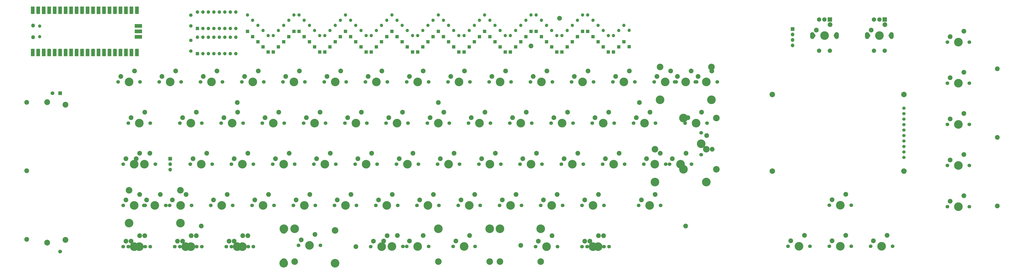
<source format=gts>
G04 #@! TF.GenerationSoftware,KiCad,Pcbnew,8.0.3*
G04 #@! TF.CreationDate,2024-09-11T17:02:16-04:00*
G04 #@! TF.ProjectId,prototypeTOBETESTED,70726f74-6f74-4797-9065-544f42455445,rev?*
G04 #@! TF.SameCoordinates,Original*
G04 #@! TF.FileFunction,Soldermask,Top*
G04 #@! TF.FilePolarity,Negative*
%FSLAX46Y46*%
G04 Gerber Fmt 4.6, Leading zero omitted, Abs format (unit mm)*
G04 Created by KiCad (PCBNEW 8.0.3) date 2024-09-11 17:02:16*
%MOMM*%
%LPD*%
G01*
G04 APERTURE LIST*
%ADD10R,1.500000X1.500000*%
%ADD11O,1.500000X1.500000*%
%ADD12C,1.700000*%
%ADD13C,4.000000*%
%ADD14C,2.200000*%
%ADD15C,3.050000*%
%ADD16O,1.800000X1.800000*%
%ADD17O,1.700000X1.700000*%
%ADD18R,1.700000X3.500000*%
%ADD19R,1.700000X1.700000*%
%ADD20R,3.500000X1.700000*%
%ADD21O,2.000000X3.200000*%
%ADD22R,2.000000X2.000000*%
%ADD23C,2.000000*%
%ADD24R,1.600000X1.600000*%
%ADD25O,1.600000X1.600000*%
%ADD26R,1.750000X1.750000*%
%ADD27C,1.750000*%
%ADD28C,2.700000*%
%ADD29C,1.600000*%
%ADD30C,2.540000*%
%ADD31C,1.524000*%
G04 APERTURE END LIST*
D10*
X302711300Y-127493300D03*
D11*
X302711300Y-119873300D03*
D12*
X288097800Y-217784200D03*
D13*
X293177800Y-217784200D03*
D12*
X298257800Y-217784200D03*
D14*
X295717800Y-212704200D03*
X289367800Y-215244200D03*
X128440300Y-150934200D03*
D15*
X324252800Y-134384200D03*
D13*
X324252800Y-149624200D03*
D12*
X331072800Y-141384200D03*
D13*
X336152800Y-141384200D03*
D12*
X341232800Y-141384200D03*
D15*
X348052800Y-134384200D03*
D13*
X348052800Y-149624200D03*
D14*
X338692800Y-136304200D03*
X332342800Y-138844200D03*
D12*
X140078200Y-160477200D03*
D13*
X145158200Y-160477200D03*
D12*
X150238200Y-160477200D03*
D14*
X147698200Y-155397200D03*
X141348200Y-157937200D03*
D16*
X33858400Y-120642600D03*
D11*
X36888400Y-120342600D03*
X36888400Y-115492600D03*
D16*
X33858400Y-115192600D03*
D17*
X33728400Y-126807600D03*
D18*
X33728400Y-127707600D03*
D17*
X36268400Y-126807600D03*
D18*
X36268400Y-127707600D03*
D19*
X38808400Y-126807600D03*
D18*
X38808400Y-127707600D03*
D17*
X41348400Y-126807600D03*
D18*
X41348400Y-127707600D03*
D17*
X43888400Y-126807600D03*
D18*
X43888400Y-127707600D03*
D17*
X46428400Y-126807600D03*
D18*
X46428400Y-127707600D03*
D17*
X48968400Y-126807600D03*
D18*
X48968400Y-127707600D03*
D19*
X51508400Y-126807600D03*
D18*
X51508400Y-127707600D03*
D17*
X54048400Y-126807600D03*
D18*
X54048400Y-127707600D03*
D17*
X56588400Y-126807600D03*
D18*
X56588400Y-127707600D03*
D17*
X59128400Y-126807600D03*
D18*
X59128400Y-127707600D03*
D17*
X61668400Y-126807600D03*
D18*
X61668400Y-127707600D03*
D19*
X64208400Y-126807600D03*
D18*
X64208400Y-127707600D03*
D17*
X66748400Y-126807600D03*
D18*
X66748400Y-127707600D03*
D17*
X69288400Y-126807600D03*
D18*
X69288400Y-127707600D03*
D17*
X71828400Y-126807600D03*
D18*
X71828400Y-127707600D03*
D17*
X74368400Y-126807600D03*
D18*
X74368400Y-127707600D03*
D19*
X76908400Y-126807600D03*
D18*
X76908400Y-127707600D03*
D17*
X79448400Y-126807600D03*
D18*
X79448400Y-127707600D03*
D17*
X81988400Y-126807600D03*
D18*
X81988400Y-127707600D03*
D17*
X81988400Y-109027600D03*
D18*
X81988400Y-108127600D03*
D17*
X79448400Y-109027600D03*
D18*
X79448400Y-108127600D03*
D19*
X76908400Y-109027600D03*
D18*
X76908400Y-108127600D03*
D17*
X74368400Y-109027600D03*
D18*
X74368400Y-108127600D03*
D17*
X71828400Y-109027600D03*
D18*
X71828400Y-108127600D03*
D17*
X69288400Y-109027600D03*
D18*
X69288400Y-108127600D03*
D17*
X66748400Y-109027600D03*
D18*
X66748400Y-108127600D03*
D19*
X64208400Y-109027600D03*
D18*
X64208400Y-108127600D03*
D17*
X61668400Y-109027600D03*
D18*
X61668400Y-108127600D03*
D17*
X59128400Y-109027600D03*
D18*
X59128400Y-108127600D03*
D17*
X56588400Y-109027600D03*
D18*
X56588400Y-108127600D03*
D17*
X54048400Y-109027600D03*
D18*
X54048400Y-108127600D03*
D19*
X51508400Y-109027600D03*
D18*
X51508400Y-108127600D03*
D17*
X48968400Y-109027600D03*
D18*
X48968400Y-108127600D03*
D17*
X46428400Y-109027600D03*
D18*
X46428400Y-108127600D03*
D17*
X43888400Y-109027600D03*
D18*
X43888400Y-108127600D03*
D17*
X41348400Y-109027600D03*
D18*
X41348400Y-108127600D03*
D19*
X38808400Y-109027600D03*
D18*
X38808400Y-108127600D03*
D17*
X36268400Y-109027600D03*
D18*
X36268400Y-108127600D03*
D17*
X33728400Y-109027600D03*
D18*
X33728400Y-108127600D03*
D17*
X81758400Y-120457600D03*
D20*
X82658400Y-120457600D03*
D19*
X81758400Y-117917600D03*
D20*
X82658400Y-117917600D03*
D17*
X81758400Y-115377600D03*
D20*
X82658400Y-115377600D03*
D10*
X173786300Y-122718300D03*
D11*
X173786300Y-115098300D03*
D12*
X178278200Y-160477200D03*
D13*
X183358200Y-160477200D03*
D12*
X188438200Y-160477200D03*
D14*
X185898200Y-155397200D03*
X179548200Y-157937200D03*
D10*
X145136300Y-127493300D03*
D11*
X145136300Y-119873300D03*
D10*
X259736300Y-122718300D03*
D11*
X259736300Y-115098300D03*
D12*
X125753200Y-179577200D03*
D13*
X130833200Y-179577200D03*
D12*
X135913200Y-179577200D03*
D14*
X133373200Y-174497200D03*
X127023200Y-177037200D03*
D12*
X235578200Y-160477200D03*
D13*
X240658200Y-160477200D03*
D12*
X245738200Y-160477200D03*
D14*
X243198200Y-155397200D03*
X236848200Y-157937200D03*
X30936760Y-182630000D03*
D12*
X92328200Y-141377200D03*
D13*
X97408200Y-141377200D03*
D12*
X102488200Y-141377200D03*
D14*
X99948200Y-136297200D03*
X93598200Y-138837200D03*
D12*
X77997800Y-160484200D03*
D13*
X83077800Y-160484200D03*
D12*
X88157800Y-160484200D03*
D14*
X85617800Y-155404200D03*
X79267800Y-157944200D03*
D10*
X135586300Y-120330800D03*
D11*
X135586300Y-112710800D03*
D10*
X231086300Y-127493300D03*
D11*
X231086300Y-119873300D03*
D10*
X214373800Y-125105800D03*
D11*
X214373800Y-117485800D03*
D12*
X249903200Y-198677200D03*
D13*
X254983200Y-198677200D03*
D12*
X260063200Y-198677200D03*
D14*
X257523200Y-193597200D03*
X251173200Y-196137200D03*
D19*
X385670400Y-116810000D03*
D17*
X385670400Y-119350000D03*
X385670400Y-121890000D03*
X385670400Y-124430000D03*
D12*
X383510400Y-217676800D03*
D13*
X388590400Y-217676800D03*
D12*
X393670400Y-217676800D03*
D14*
X391130400Y-212596800D03*
X384780400Y-215136800D03*
D12*
X288103200Y-198677200D03*
D13*
X293183200Y-198677200D03*
D12*
X298263200Y-198677200D03*
D14*
X295723200Y-193597200D03*
X289373200Y-196137200D03*
D10*
X183336300Y-122718300D03*
D11*
X183336300Y-115098300D03*
D12*
X290485300Y-217784200D03*
D13*
X295565300Y-217784200D03*
D12*
X300645300Y-217784200D03*
D14*
X298105300Y-212704200D03*
X291755300Y-215244200D03*
D12*
X311978200Y-160477200D03*
D13*
X317058200Y-160477200D03*
D12*
X322138200Y-160477200D03*
D14*
X319598200Y-155397200D03*
X313248200Y-157937200D03*
D10*
X180948800Y-120330800D03*
D11*
X180948800Y-112710800D03*
D10*
X271673800Y-122718300D03*
D11*
X271673800Y-115098300D03*
D12*
X123366550Y-217784200D03*
D13*
X128446550Y-217784200D03*
D12*
X133526550Y-217784200D03*
D14*
X130986550Y-212704200D03*
X124636550Y-215244200D03*
D12*
X264228200Y-141377200D03*
D13*
X269308200Y-141377200D03*
D12*
X274388200Y-141377200D03*
D14*
X271848200Y-136297200D03*
X265498200Y-138837200D03*
D10*
X295548800Y-122718300D03*
D11*
X295548800Y-115098300D03*
D10*
X250186300Y-125105800D03*
D11*
X250186300Y-117485800D03*
D12*
X75610300Y-179584200D03*
D13*
X80690300Y-179584200D03*
D12*
X85770300Y-179584200D03*
D14*
X83230300Y-174504200D03*
X76880300Y-177044200D03*
D12*
X135303200Y-198677200D03*
D13*
X140383200Y-198677200D03*
D12*
X145463200Y-198677200D03*
D14*
X142923200Y-193597200D03*
X136573200Y-196137200D03*
D10*
X266898800Y-117943300D03*
D11*
X266898800Y-110323300D03*
D12*
X402694200Y-217681800D03*
D13*
X407774200Y-217681800D03*
D12*
X412854200Y-217681800D03*
D14*
X410314200Y-212601800D03*
X403964200Y-215141800D03*
D12*
X130528200Y-141377200D03*
D13*
X135608200Y-141377200D03*
D12*
X140688200Y-141377200D03*
D14*
X138148200Y-136297200D03*
X131798200Y-138837200D03*
D12*
X457380400Y-180166800D03*
D13*
X462460400Y-180166800D03*
D12*
X467540400Y-180166800D03*
D14*
X465000400Y-175086800D03*
X458650400Y-177626800D03*
D12*
X144853200Y-179577200D03*
D13*
X149933200Y-179577200D03*
D12*
X155013200Y-179577200D03*
D14*
X152473200Y-174497200D03*
X146123200Y-177037200D03*
D12*
X283328200Y-141377200D03*
D13*
X288408200Y-141377200D03*
D12*
X293488200Y-141377200D03*
D14*
X290948200Y-136297200D03*
X284598200Y-138837200D03*
D10*
X276448800Y-127493300D03*
D11*
X276448800Y-119873300D03*
D12*
X120978200Y-160477200D03*
D13*
X126058200Y-160477200D03*
D12*
X131138200Y-160477200D03*
D14*
X128598200Y-155397200D03*
X122248200Y-157937200D03*
D13*
X335075300Y-158134200D03*
X335075300Y-181934200D03*
D12*
X343315300Y-164954200D03*
D13*
X343315300Y-170034200D03*
D12*
X343315300Y-175114200D03*
D15*
X350315300Y-158134200D03*
X350315300Y-181934200D03*
D14*
X348395300Y-172574200D03*
X345855300Y-166224200D03*
D12*
X77997800Y-217784200D03*
D13*
X83077800Y-217784200D03*
D12*
X88157800Y-217784200D03*
D14*
X85617800Y-212704200D03*
X79267800Y-215244200D03*
D10*
X245411300Y-120330800D03*
D11*
X245411300Y-112710800D03*
D14*
X480485000Y-135273750D03*
D10*
X171398800Y-125105800D03*
D11*
X171398800Y-117485800D03*
D12*
X187828200Y-141377200D03*
D13*
X192908200Y-141377200D03*
D12*
X197988200Y-141377200D03*
D14*
X195448200Y-136297200D03*
X189098200Y-138837200D03*
D12*
X75610300Y-198684200D03*
D13*
X80690300Y-198684200D03*
D12*
X85770300Y-198684200D03*
D14*
X83230300Y-193604200D03*
X76880300Y-196144200D03*
D10*
X264511300Y-117943300D03*
D11*
X264511300Y-110323300D03*
D10*
X154686300Y-117943300D03*
D11*
X154686300Y-110323300D03*
D10*
X300323800Y-127493300D03*
D11*
X300323800Y-119873300D03*
D10*
X147523800Y-125105800D03*
D11*
X147523800Y-117485800D03*
D12*
X230803200Y-198677200D03*
D13*
X235883200Y-198677200D03*
D12*
X240963200Y-198677200D03*
D14*
X238423200Y-193597200D03*
X232073200Y-196137200D03*
D10*
X192886300Y-125105800D03*
D11*
X192886300Y-117485800D03*
D10*
X197661300Y-120330800D03*
D11*
X197661300Y-112710800D03*
D12*
X159178200Y-160477200D03*
D13*
X164258200Y-160477200D03*
D12*
X169338200Y-160477200D03*
D14*
X166798200Y-155397200D03*
X160448200Y-157937200D03*
D10*
X257348800Y-125105800D03*
D11*
X257348800Y-117485800D03*
D12*
X457380400Y-161066800D03*
D13*
X462460400Y-161066800D03*
D12*
X467540400Y-161066800D03*
D14*
X465000400Y-155986800D03*
X458650400Y-158526800D03*
D15*
X78340300Y-191684200D03*
D13*
X78340300Y-206924200D03*
D12*
X85160300Y-198684200D03*
D13*
X90240300Y-198684200D03*
D12*
X95320300Y-198684200D03*
D15*
X102140300Y-191684200D03*
D13*
X102140300Y-206924200D03*
D14*
X92780300Y-193604200D03*
X86430300Y-196144200D03*
X259752800Y-217221200D03*
D12*
X254678200Y-160477200D03*
D13*
X259758200Y-160477200D03*
D12*
X264838200Y-160477200D03*
D14*
X262298200Y-155397200D03*
X255948200Y-157937200D03*
D10*
X283611300Y-122718300D03*
D11*
X283611300Y-115098300D03*
D10*
X188111300Y-127493300D03*
D11*
X188111300Y-119873300D03*
D10*
X185723800Y-125105800D03*
D11*
X185723800Y-117485800D03*
D10*
X297936300Y-125105800D03*
D11*
X297936300Y-117485800D03*
D12*
X457380400Y-141966800D03*
D13*
X462460400Y-141966800D03*
D12*
X467540400Y-141966800D03*
D14*
X465000400Y-136886800D03*
X458650400Y-139426800D03*
D21*
X431439000Y-119883800D03*
X420239000Y-119883800D03*
D22*
X428339000Y-112383800D03*
D23*
X423339000Y-112383800D03*
X425839000Y-112383800D03*
X423339000Y-126883800D03*
X428339000Y-126883800D03*
D10*
X169011300Y-127493300D03*
D11*
X169011300Y-119873300D03*
D10*
X290773800Y-117943300D03*
D11*
X290773800Y-110323300D03*
D12*
X99485300Y-217784200D03*
D13*
X104565300Y-217784200D03*
D12*
X109645300Y-217784200D03*
D14*
X107105300Y-212704200D03*
X100755300Y-215244200D03*
D21*
X406029000Y-119896700D03*
X394829000Y-119896700D03*
D22*
X402929000Y-112396700D03*
D23*
X397929000Y-112396700D03*
X400429000Y-112396700D03*
X397929000Y-126896700D03*
X402929000Y-126896700D03*
D14*
X264527800Y-124671700D03*
D10*
X200048800Y-117943300D03*
D11*
X200048800Y-110323300D03*
D10*
X281223800Y-125105800D03*
D11*
X281223800Y-117485800D03*
D10*
X226311300Y-122718300D03*
D11*
X226311300Y-115098300D03*
D12*
X192603200Y-198677200D03*
D13*
X197683200Y-198677200D03*
D12*
X202763200Y-198677200D03*
D14*
X200223200Y-193597200D03*
X193873200Y-196137200D03*
X30936760Y-150806250D03*
D10*
X207211300Y-125105800D03*
D11*
X207211300Y-117485800D03*
D10*
X278836300Y-127493300D03*
D11*
X278836300Y-119873300D03*
D10*
X209598800Y-127493300D03*
D11*
X209598800Y-119873300D03*
D10*
X254961300Y-127493300D03*
D11*
X254961300Y-119873300D03*
D12*
X457380400Y-199266800D03*
D13*
X462460400Y-199266800D03*
D12*
X467540400Y-199266800D03*
D14*
X465000400Y-194186800D03*
X458650400Y-196726800D03*
D24*
X109990300Y-116534200D03*
D25*
X112530300Y-116534200D03*
X115070300Y-116534200D03*
X117610300Y-116534200D03*
X120150300Y-116534200D03*
X122690300Y-116534200D03*
X125230300Y-116534200D03*
X127770300Y-116534200D03*
X127770300Y-108914200D03*
X125230300Y-108914200D03*
X122690300Y-108914200D03*
X120150300Y-108914200D03*
X117610300Y-108914200D03*
X115070300Y-108914200D03*
X112530300Y-108914200D03*
X109990300Y-108914200D03*
D10*
X164236300Y-125105800D03*
D11*
X164236300Y-117485800D03*
D10*
X269286300Y-120330800D03*
D11*
X269286300Y-112710800D03*
D10*
X262123800Y-120330800D03*
D11*
X262123800Y-112710800D03*
D10*
X240636300Y-120330800D03*
D11*
X240636300Y-112710800D03*
D10*
X293161300Y-120330800D03*
D11*
X293161300Y-112710800D03*
D12*
X168728200Y-141377200D03*
D13*
X173808200Y-141377200D03*
D12*
X178888200Y-141377200D03*
D14*
X176348200Y-136297200D03*
X169998200Y-138837200D03*
D12*
X97103200Y-198677200D03*
D13*
X102183200Y-198677200D03*
D12*
X107263200Y-198677200D03*
D14*
X104723200Y-193597200D03*
X98373200Y-196137200D03*
D12*
X335847800Y-160484200D03*
D13*
X340927800Y-160484200D03*
D12*
X346007800Y-160484200D03*
D14*
X343467800Y-155404200D03*
X337117800Y-157944200D03*
D10*
X204823800Y-122718300D03*
D11*
X204823800Y-115098300D03*
D10*
X285998800Y-120330800D03*
D11*
X285998800Y-112710800D03*
D14*
X30936760Y-214453750D03*
D12*
X173503200Y-198677200D03*
D13*
X178583200Y-198677200D03*
D12*
X183663200Y-198677200D03*
D14*
X181123200Y-193597200D03*
X174773200Y-196137200D03*
X277687800Y-111779200D03*
D10*
X307486300Y-122718300D03*
D11*
X307486300Y-115098300D03*
D10*
X223923800Y-120330800D03*
D11*
X223923800Y-112710800D03*
D12*
X211703200Y-198677200D03*
D13*
X216783200Y-198677200D03*
D12*
X221863200Y-198677200D03*
D14*
X219323200Y-193597200D03*
X212973200Y-196137200D03*
D12*
X278553200Y-179577200D03*
D13*
X283633200Y-179577200D03*
D12*
X288713200Y-179577200D03*
D14*
X286173200Y-174497200D03*
X279823200Y-177037200D03*
D12*
X154403200Y-198677200D03*
D13*
X159483200Y-198677200D03*
D12*
X164563200Y-198677200D03*
D14*
X162023200Y-193597200D03*
X155673200Y-196137200D03*
D12*
X183053200Y-179577200D03*
D13*
X188133200Y-179577200D03*
D12*
X193213200Y-179577200D03*
D14*
X190673200Y-174497200D03*
X184323200Y-177037200D03*
X111727800Y-208239200D03*
D12*
X292878200Y-160477200D03*
D13*
X297958200Y-160477200D03*
D12*
X303038200Y-160477200D03*
D14*
X300498200Y-155397200D03*
X294148200Y-157937200D03*
D10*
X219148800Y-120330800D03*
D11*
X219148800Y-112710800D03*
D12*
X420764400Y-119876800D03*
D13*
X425844400Y-119876800D03*
D12*
X430924400Y-119876800D03*
D14*
X428384400Y-114796800D03*
X422034400Y-117336800D03*
D10*
X178561300Y-117943300D03*
D11*
X178561300Y-110323300D03*
D12*
X163953200Y-179577200D03*
D13*
X169033200Y-179577200D03*
D12*
X174113200Y-179577200D03*
D14*
X171573200Y-174497200D03*
X165223200Y-177037200D03*
D12*
X216478200Y-160477200D03*
D13*
X221558200Y-160477200D03*
D12*
X226638200Y-160477200D03*
D14*
X224098200Y-155397200D03*
X217748200Y-157937200D03*
D12*
X111428200Y-141377200D03*
D13*
X116508200Y-141377200D03*
D12*
X121588200Y-141377200D03*
D14*
X119048200Y-136297200D03*
X112698200Y-138837200D03*
D12*
X297653200Y-179577200D03*
D13*
X302733200Y-179577200D03*
D12*
X307813200Y-179577200D03*
D14*
X305273200Y-174497200D03*
X298923200Y-177037200D03*
D10*
X243023800Y-117943300D03*
D11*
X243023800Y-110323300D03*
D14*
X480485000Y-198921250D03*
D10*
X211986300Y-127493300D03*
D11*
X211986300Y-119873300D03*
D10*
X176173800Y-120330800D03*
D11*
X176173800Y-112710800D03*
D10*
X305098800Y-125105800D03*
D11*
X305098800Y-117485800D03*
D10*
X142748800Y-127493300D03*
D11*
X142748800Y-119873300D03*
D13*
X150065300Y-209519200D03*
D15*
X150065300Y-224759200D03*
D12*
X194985300Y-217759200D03*
D13*
X200065300Y-217759200D03*
D12*
X205145300Y-217759200D03*
D13*
X250065300Y-209519200D03*
D15*
X250065300Y-224759200D03*
D14*
X202605300Y-212679200D03*
X196255300Y-215219200D03*
D13*
X155002800Y-209519200D03*
D15*
X155002800Y-224759200D03*
D12*
X206922800Y-217759200D03*
D13*
X212002800Y-217759200D03*
D12*
X217082800Y-217759200D03*
D13*
X269002800Y-209519200D03*
D15*
X269002800Y-224759200D03*
D14*
X214542800Y-212679200D03*
X208192800Y-215219200D03*
D12*
X314360300Y-198684200D03*
D13*
X319440300Y-198684200D03*
D12*
X324520300Y-198684200D03*
D14*
X321980300Y-193604200D03*
X315630300Y-196144200D03*
X480485000Y-167097500D03*
D13*
X221590300Y-209489200D03*
D15*
X221590300Y-224729200D03*
D12*
X228410300Y-217729200D03*
D13*
X233490300Y-217729200D03*
D12*
X238570300Y-217729200D03*
D13*
X245390300Y-209489200D03*
D15*
X245390300Y-224729200D03*
D14*
X236030300Y-212649200D03*
X229680300Y-215189200D03*
D10*
X247798800Y-122718300D03*
D11*
X247798800Y-115098300D03*
D12*
X73228200Y-141377200D03*
D13*
X78308200Y-141377200D03*
D12*
X83388200Y-141377200D03*
D14*
X80848200Y-136297200D03*
X74498200Y-138837200D03*
D10*
X233473800Y-127493300D03*
D11*
X233473800Y-119873300D03*
D12*
X259453200Y-179577200D03*
D13*
X264533200Y-179577200D03*
D12*
X269613200Y-179577200D03*
D14*
X267073200Y-174497200D03*
X260723200Y-177037200D03*
D12*
X266610300Y-217784200D03*
D13*
X271690300Y-217784200D03*
D12*
X276770300Y-217784200D03*
D14*
X274230300Y-212704200D03*
X267880300Y-215244200D03*
D26*
X46370400Y-146576800D03*
D27*
X42870400Y-146576800D03*
X46370400Y-220076800D03*
D28*
X40420400Y-150726800D03*
X48820400Y-151926800D03*
X48820400Y-214726800D03*
X40420400Y-215926800D03*
D12*
X402694200Y-198581800D03*
D13*
X407774200Y-198581800D03*
D12*
X412854200Y-198581800D03*
D14*
X410314200Y-193501800D03*
X403964200Y-196041800D03*
D15*
X321865300Y-172584200D03*
D13*
X321865300Y-187824200D03*
D12*
X328685300Y-179584200D03*
D13*
X333765300Y-179584200D03*
D12*
X338845300Y-179584200D03*
D15*
X345665300Y-172584200D03*
D13*
X345665300Y-187824200D03*
D14*
X336305300Y-174504200D03*
X329955300Y-177044200D03*
D10*
X137973800Y-122718300D03*
D11*
X137973800Y-115098300D03*
D14*
X314665300Y-150934200D03*
D15*
X149965300Y-210251200D03*
D13*
X149965300Y-225491200D03*
D12*
X156785300Y-217251200D03*
D13*
X161865300Y-217251200D03*
D12*
X166945300Y-217251200D03*
D15*
X173765300Y-210251200D03*
D13*
X173765300Y-225491200D03*
D14*
X164405300Y-212171200D03*
X158055300Y-214711200D03*
D10*
X133198800Y-117943300D03*
D11*
X133198800Y-110323300D03*
D10*
X161848800Y-122718300D03*
D11*
X161848800Y-115098300D03*
D10*
X140361300Y-125105800D03*
D11*
X140361300Y-117485800D03*
D14*
X221552800Y-150934200D03*
D24*
X109990300Y-128246700D03*
D25*
X112530300Y-128246700D03*
X115070300Y-128246700D03*
X117610300Y-128246700D03*
X120150300Y-128246700D03*
X122690300Y-128246700D03*
X125230300Y-128246700D03*
X127770300Y-128246700D03*
X127770300Y-120626700D03*
X125230300Y-120626700D03*
X122690300Y-120626700D03*
X120150300Y-120626700D03*
X117610300Y-120626700D03*
X115070300Y-120626700D03*
X112530300Y-120626700D03*
X109990300Y-120626700D03*
D12*
X80385300Y-179584200D03*
D13*
X85465300Y-179584200D03*
D12*
X90545300Y-179584200D03*
D14*
X88005300Y-174504200D03*
X81655300Y-177044200D03*
D10*
X228698800Y-125105800D03*
D11*
X228698800Y-117485800D03*
D10*
X149911300Y-122718300D03*
D11*
X149911300Y-115098300D03*
D10*
X166623800Y-127493300D03*
D11*
X166623800Y-119873300D03*
D12*
X221253200Y-179577200D03*
D13*
X226333200Y-179577200D03*
D12*
X231413200Y-179577200D03*
D14*
X228873200Y-174497200D03*
X222523200Y-177037200D03*
D10*
X216761300Y-122718300D03*
D11*
X216761300Y-115098300D03*
D12*
X302428200Y-141377200D03*
D13*
X307508200Y-141377200D03*
D12*
X312588200Y-141377200D03*
D14*
X310048200Y-136297200D03*
X303698200Y-138837200D03*
D12*
X202153200Y-179577200D03*
D13*
X207233200Y-179577200D03*
D12*
X212313200Y-179577200D03*
D14*
X209773200Y-174497200D03*
X203423200Y-177037200D03*
D12*
X149628200Y-141377200D03*
D13*
X154708200Y-141377200D03*
D12*
X159788200Y-141377200D03*
D14*
X157248200Y-136297200D03*
X150898200Y-138837200D03*
D10*
X190498800Y-127493300D03*
D11*
X190498800Y-119873300D03*
D10*
X195273800Y-122718300D03*
D11*
X195273800Y-115098300D03*
D12*
X457380400Y-122914400D03*
D13*
X462460400Y-122914400D03*
D12*
X467540400Y-122914400D03*
D14*
X465000400Y-117834400D03*
X458650400Y-120374400D03*
D12*
X125747800Y-217784200D03*
D13*
X130827800Y-217784200D03*
D12*
X135907800Y-217784200D03*
D14*
X133367800Y-212704200D03*
X127017800Y-215244200D03*
D12*
X101878200Y-160477200D03*
D13*
X106958200Y-160477200D03*
D12*
X112038200Y-160477200D03*
D14*
X109498200Y-155397200D03*
X103148200Y-157937200D03*
D10*
X252573800Y-127493300D03*
D11*
X252573800Y-119873300D03*
D12*
X245128200Y-141377200D03*
D13*
X250208200Y-141377200D03*
D12*
X255288200Y-141377200D03*
D14*
X252748200Y-136297200D03*
X246398200Y-138837200D03*
D10*
X238248800Y-122718300D03*
D11*
X238248800Y-115098300D03*
D12*
X116203200Y-198677200D03*
D13*
X121283200Y-198677200D03*
D12*
X126363200Y-198677200D03*
D14*
X123823200Y-193597200D03*
X117473200Y-196137200D03*
D12*
X106653200Y-179577200D03*
D13*
X111733200Y-179577200D03*
D12*
X116813200Y-179577200D03*
D14*
X114273200Y-174497200D03*
X107923200Y-177037200D03*
D10*
X202436300Y-120330800D03*
D11*
X202436300Y-112710800D03*
D12*
X75610300Y-217784200D03*
D13*
X80690300Y-217784200D03*
D12*
X85770300Y-217784200D03*
D14*
X83230300Y-212704200D03*
X76880300Y-215244200D03*
D10*
X152298800Y-120330800D03*
D11*
X152298800Y-112710800D03*
D12*
X316753200Y-179577200D03*
D13*
X321833200Y-179577200D03*
D12*
X326913200Y-179577200D03*
D14*
X324373200Y-174497200D03*
X318023200Y-177037200D03*
D29*
X106952800Y-110346700D03*
X106952800Y-115346700D03*
D12*
X421794200Y-217681800D03*
D13*
X426874200Y-217681800D03*
D12*
X431954200Y-217681800D03*
D14*
X429414200Y-212601800D03*
X423064200Y-215141800D03*
D12*
X395354400Y-119889700D03*
D13*
X400434400Y-119889700D03*
D12*
X405514400Y-119889700D03*
D14*
X402974400Y-114809700D03*
X396624400Y-117349700D03*
D12*
X101870400Y-217796800D03*
D13*
X106950400Y-217796800D03*
D12*
X112030400Y-217796800D03*
D14*
X109490400Y-212716800D03*
X103140400Y-215256800D03*
D12*
X240353200Y-179577200D03*
D13*
X245433200Y-179577200D03*
D12*
X250513200Y-179577200D03*
D14*
X247973200Y-174497200D03*
X241623200Y-177037200D03*
D12*
X206928200Y-141377200D03*
D13*
X212008200Y-141377200D03*
D12*
X217088200Y-141377200D03*
D14*
X214548200Y-136297200D03*
X208198200Y-138837200D03*
X183352800Y-217784200D03*
D12*
X273778200Y-160477200D03*
D13*
X278858200Y-160477200D03*
D12*
X283938200Y-160477200D03*
D14*
X281398200Y-155397200D03*
X275048200Y-157937200D03*
D12*
X226028200Y-141377200D03*
D13*
X231108200Y-141377200D03*
D12*
X236188200Y-141377200D03*
D14*
X233648200Y-136297200D03*
X227298200Y-138837200D03*
D12*
X197378200Y-160477200D03*
D13*
X202458200Y-160477200D03*
D12*
X207538200Y-160477200D03*
D14*
X204998200Y-155397200D03*
X198648200Y-157937200D03*
D10*
X159461300Y-120330800D03*
D11*
X159461300Y-112710800D03*
D12*
X269003200Y-198677200D03*
D13*
X274083200Y-198677200D03*
D12*
X279163200Y-198677200D03*
D14*
X276623200Y-193597200D03*
X270273200Y-196137200D03*
D10*
X235861300Y-125105800D03*
D11*
X235861300Y-117485800D03*
D14*
X336152800Y-208234200D03*
D12*
X190210300Y-217784200D03*
D13*
X195290300Y-217784200D03*
D12*
X200370300Y-217784200D03*
D14*
X197830300Y-212704200D03*
X191480300Y-215244200D03*
D10*
X309928000Y-125055000D03*
D11*
X309928000Y-117435000D03*
D10*
X274061300Y-125105800D03*
D11*
X274061300Y-117485800D03*
D10*
X288386300Y-117943300D03*
D11*
X288386300Y-110323300D03*
D30*
X376272800Y-182789200D03*
X437232800Y-182789200D03*
X376272800Y-147229200D03*
X437232800Y-147229200D03*
D31*
X437232800Y-153579200D03*
X437232800Y-156119200D03*
X437232800Y-158659200D03*
X437232800Y-161199200D03*
X437232800Y-163739200D03*
X437232800Y-166279200D03*
X437232800Y-168819200D03*
X437232800Y-171359200D03*
X437232800Y-173899200D03*
X437232800Y-176439200D03*
D12*
X340628200Y-141377200D03*
D13*
X345708200Y-141377200D03*
D12*
X350788200Y-141377200D03*
D14*
X348248200Y-136297200D03*
X341898200Y-138837200D03*
D29*
X106952800Y-122059200D03*
X106952800Y-127059200D03*
D12*
X321528200Y-141377200D03*
D13*
X326608200Y-141377200D03*
D12*
X331688200Y-141377200D03*
D14*
X329148200Y-136297200D03*
X322798200Y-138837200D03*
D10*
X157073800Y-117943300D03*
D11*
X157073800Y-110323300D03*
D10*
X221536300Y-117943300D03*
D11*
X221536300Y-110323300D03*
D19*
X97402800Y-177044200D03*
D17*
X97402800Y-179584200D03*
X97402800Y-182124200D03*
M02*

</source>
